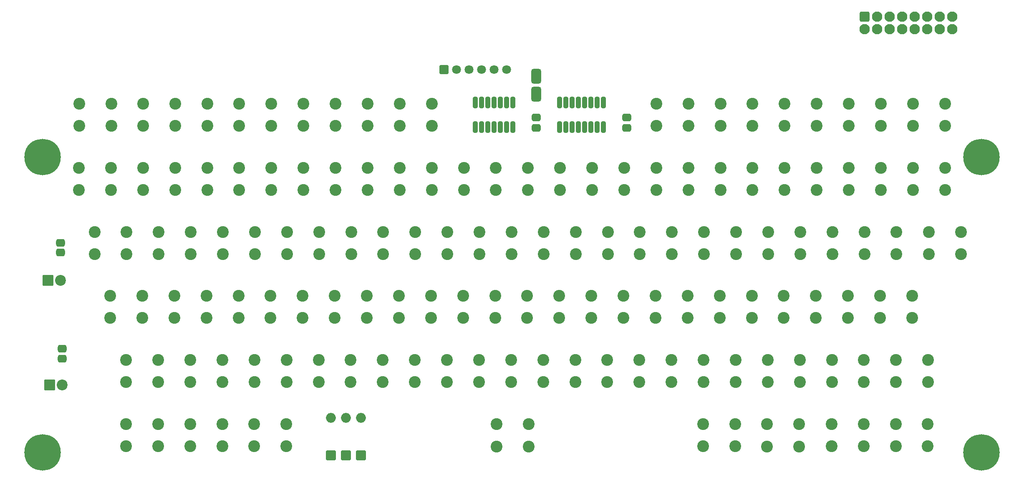
<source format=gts>
G04 #@! TF.GenerationSoftware,KiCad,Pcbnew,(6.0.7)*
G04 #@! TF.CreationDate,2024-12-28T01:02:52-06:00*
G04 #@! TF.ProjectId,MSX-One_Keyboard,4d53582d-4f6e-4655-9f4b-6579626f6172,1.0*
G04 #@! TF.SameCoordinates,Original*
G04 #@! TF.FileFunction,Soldermask,Top*
G04 #@! TF.FilePolarity,Negative*
%FSLAX46Y46*%
G04 Gerber Fmt 4.6, Leading zero omitted, Abs format (unit mm)*
G04 Created by KiCad (PCBNEW (6.0.7)) date 2024-12-28 01:02:52*
%MOMM*%
%LPD*%
G01*
G04 APERTURE LIST*
G04 Aperture macros list*
%AMRoundRect*
0 Rectangle with rounded corners*
0 $1 Rounding radius*
0 $2 $3 $4 $5 $6 $7 $8 $9 X,Y pos of 4 corners*
0 Add a 4 corners polygon primitive as box body*
4,1,4,$2,$3,$4,$5,$6,$7,$8,$9,$2,$3,0*
0 Add four circle primitives for the rounded corners*
1,1,$1+$1,$2,$3*
1,1,$1+$1,$4,$5*
1,1,$1+$1,$6,$7*
1,1,$1+$1,$8,$9*
0 Add four rect primitives between the rounded corners*
20,1,$1+$1,$2,$3,$4,$5,0*
20,1,$1+$1,$4,$5,$6,$7,0*
20,1,$1+$1,$6,$7,$8,$9,0*
20,1,$1+$1,$8,$9,$2,$3,0*%
G04 Aperture macros list end*
%ADD10C,2.400000*%
%ADD11RoundRect,0.450000X0.475000X-0.337500X0.475000X0.337500X-0.475000X0.337500X-0.475000X-0.337500X0*%
%ADD12RoundRect,0.450000X-0.550000X1.050000X-0.550000X-1.050000X0.550000X-1.050000X0.550000X1.050000X0*%
%ADD13RoundRect,0.200000X0.800000X-0.800000X0.800000X0.800000X-0.800000X0.800000X-0.800000X-0.800000X0*%
%ADD14O,2.000000X2.000000*%
%ADD15RoundRect,0.450000X-0.450000X0.350000X-0.450000X-0.350000X0.450000X-0.350000X0.450000X0.350000X0*%
%ADD16RoundRect,0.350000X-0.150000X0.825000X-0.150000X-0.825000X0.150000X-0.825000X0.150000X0.825000X0*%
%ADD17RoundRect,0.200000X-0.900000X-0.900000X0.900000X-0.900000X0.900000X0.900000X-0.900000X0.900000X0*%
%ADD18C,2.200000*%
%ADD19RoundRect,0.200000X-0.698500X-0.698500X0.698500X-0.698500X0.698500X0.698500X-0.698500X0.698500X0*%
%ADD20C,1.797000*%
%ADD21C,7.400000*%
%ADD22RoundRect,0.450000X-0.600000X0.600000X-0.600000X-0.600000X0.600000X-0.600000X0.600000X0.600000X0*%
%ADD23C,2.100000*%
G04 APERTURE END LIST*
D10*
X251067500Y-129512500D03*
X257567500Y-129512500D03*
X251067500Y-134012500D03*
X257567500Y-134012500D03*
X140410000Y-129512500D03*
X133910000Y-129512500D03*
X133910000Y-134012500D03*
X140410000Y-134012500D03*
X146927500Y-129512500D03*
X153427500Y-129512500D03*
X153427500Y-134012500D03*
X146927500Y-134012500D03*
X166445000Y-129512500D03*
X159945000Y-129512500D03*
X159945000Y-134012500D03*
X166445000Y-134012500D03*
X179462500Y-129512500D03*
X172962500Y-129512500D03*
X179462500Y-134012500D03*
X172962500Y-134012500D03*
X185980000Y-129512500D03*
X192480000Y-129512500D03*
X185980000Y-134012500D03*
X192480000Y-134012500D03*
X198997500Y-129512500D03*
X205497500Y-129512500D03*
X198997500Y-134012500D03*
X205497500Y-134012500D03*
X212015000Y-129512500D03*
X218515000Y-129512500D03*
X212015000Y-134012500D03*
X218515000Y-134012500D03*
X231532500Y-129512500D03*
X225032500Y-129512500D03*
X225032500Y-134012500D03*
X231532500Y-134012500D03*
X244550000Y-129512500D03*
X238050000Y-129512500D03*
X244550000Y-134012500D03*
X238050000Y-134012500D03*
X270585000Y-129512500D03*
X264085000Y-129512500D03*
X270585000Y-134012500D03*
X264085000Y-134012500D03*
X283602500Y-129512500D03*
X277102500Y-129512500D03*
X283602500Y-134012500D03*
X277102500Y-134012500D03*
X293370000Y-142530000D03*
X299870000Y-142530000D03*
X293370000Y-147030000D03*
X299870000Y-147030000D03*
X273760000Y-142530000D03*
X267260000Y-142530000D03*
X273760000Y-147030000D03*
X267260000Y-147030000D03*
X286777500Y-142530000D03*
X280277500Y-142530000D03*
X286777500Y-147030000D03*
X280277500Y-147030000D03*
X257417500Y-155547500D03*
X263917500Y-155547500D03*
X263917500Y-160047500D03*
X257417500Y-160047500D03*
X270435000Y-155547500D03*
X276935000Y-155547500D03*
X270435000Y-160047500D03*
X276935000Y-160047500D03*
X120892500Y-129512500D03*
X127392500Y-129512500D03*
X127392500Y-134012500D03*
X120892500Y-134012500D03*
X234632500Y-168565000D03*
X241132500Y-168565000D03*
X241132500Y-173065000D03*
X234632500Y-173065000D03*
X247650000Y-168565000D03*
X254150000Y-168565000D03*
X247650000Y-173065000D03*
X254150000Y-173065000D03*
X260667500Y-168565000D03*
X267167500Y-168565000D03*
X260667500Y-173065000D03*
X267167500Y-173065000D03*
X254075000Y-181610000D03*
X247575000Y-181610000D03*
X254075000Y-186110000D03*
X247575000Y-186110000D03*
X140260000Y-155547500D03*
X146760000Y-155547500D03*
X146760000Y-160047500D03*
X140260000Y-160047500D03*
X195580000Y-168565000D03*
X202080000Y-168565000D03*
X202080000Y-173065000D03*
X195580000Y-173065000D03*
X169545000Y-168565000D03*
X176045000Y-168565000D03*
X169545000Y-173065000D03*
X176045000Y-173065000D03*
X172795000Y-155547500D03*
X166295000Y-155547500D03*
X172795000Y-160047500D03*
X166295000Y-160047500D03*
X163120000Y-142530000D03*
X169620000Y-142530000D03*
X169620000Y-147030000D03*
X163120000Y-147030000D03*
X179312500Y-155547500D03*
X185812500Y-155547500D03*
X185812500Y-160047500D03*
X179312500Y-160047500D03*
X192330000Y-155547500D03*
X198830000Y-155547500D03*
X198830000Y-160047500D03*
X192330000Y-160047500D03*
X205347500Y-155547500D03*
X211847500Y-155547500D03*
X211847500Y-160047500D03*
X205347500Y-160047500D03*
X234707500Y-142530000D03*
X228207500Y-142530000D03*
X228207500Y-147030000D03*
X234707500Y-147030000D03*
X218365000Y-155547500D03*
X224865000Y-155547500D03*
X224865000Y-160047500D03*
X218365000Y-160047500D03*
X231382500Y-155547500D03*
X237882500Y-155547500D03*
X237882500Y-160047500D03*
X231382500Y-160047500D03*
X244400000Y-155547500D03*
X250900000Y-155547500D03*
X250900000Y-160047500D03*
X244400000Y-160047500D03*
X221615000Y-168565000D03*
X228115000Y-168565000D03*
X228115000Y-173065000D03*
X221615000Y-173065000D03*
X215097500Y-168565000D03*
X208597500Y-168565000D03*
X208597500Y-173065000D03*
X215097500Y-173065000D03*
X241225000Y-142530000D03*
X247725000Y-142530000D03*
X247725000Y-147030000D03*
X241225000Y-147030000D03*
X254242500Y-142530000D03*
X260742500Y-142530000D03*
X260742500Y-147030000D03*
X254242500Y-147030000D03*
X137085000Y-142530000D03*
X143585000Y-142530000D03*
X143585000Y-147030000D03*
X137085000Y-147030000D03*
X182637500Y-142530000D03*
X176137500Y-142530000D03*
X182637500Y-147030000D03*
X176137500Y-147030000D03*
X153277500Y-155547500D03*
X159777500Y-155547500D03*
X159777500Y-160047500D03*
X153277500Y-160047500D03*
X195655000Y-142530000D03*
X189155000Y-142530000D03*
X195655000Y-147030000D03*
X189155000Y-147030000D03*
X221690000Y-142530000D03*
X215190000Y-142530000D03*
X215190000Y-147030000D03*
X221690000Y-147030000D03*
X189062500Y-168565000D03*
X182562500Y-168565000D03*
X189062500Y-173065000D03*
X182562500Y-173065000D03*
X156602500Y-142530000D03*
X150102500Y-142530000D03*
X150102500Y-147030000D03*
X156602500Y-147030000D03*
X163027500Y-168565000D03*
X156527500Y-168565000D03*
X156527500Y-173065000D03*
X163027500Y-173065000D03*
X208672500Y-142530000D03*
X202172500Y-142530000D03*
X208672500Y-147030000D03*
X202172500Y-147030000D03*
X150010000Y-168565000D03*
X143510000Y-168565000D03*
X143510000Y-173065000D03*
X150010000Y-173065000D03*
X130492500Y-168565000D03*
X136992500Y-168565000D03*
X130492500Y-173065000D03*
X136992500Y-173065000D03*
X130492500Y-181610000D03*
X136992500Y-181610000D03*
X130492500Y-186110000D03*
X136992500Y-186110000D03*
X150010000Y-181610000D03*
X143510000Y-181610000D03*
X143510000Y-186110000D03*
X150010000Y-186110000D03*
X133742500Y-155547500D03*
X127242500Y-155547500D03*
X133742500Y-160047500D03*
X127242500Y-160047500D03*
X162952500Y-181582500D03*
X156452500Y-181582500D03*
X156452500Y-186082500D03*
X162952500Y-186082500D03*
X140410000Y-116495000D03*
X133910000Y-116495000D03*
X133910000Y-120995000D03*
X140410000Y-120995000D03*
X146927500Y-116495000D03*
X153427500Y-116495000D03*
X146927500Y-120995000D03*
X153427500Y-120995000D03*
X159945000Y-116495000D03*
X166445000Y-116495000D03*
X159945000Y-120995000D03*
X166445000Y-120995000D03*
X172962500Y-116495000D03*
X179462500Y-116495000D03*
X172962500Y-120995000D03*
X179462500Y-120995000D03*
X192480000Y-116495000D03*
X185980000Y-116495000D03*
X185980000Y-120995000D03*
X192480000Y-120995000D03*
X127467500Y-116495000D03*
X120967500Y-116495000D03*
X120967500Y-120995000D03*
X127467500Y-120995000D03*
X124067500Y-142530000D03*
X130567500Y-142530000D03*
X124067500Y-147030000D03*
X130567500Y-147030000D03*
X244550000Y-116495000D03*
X238050000Y-116495000D03*
X244550000Y-120995000D03*
X238050000Y-120995000D03*
X296620000Y-129512500D03*
X290120000Y-129512500D03*
X290120000Y-134012500D03*
X296620000Y-134012500D03*
X283452500Y-155547500D03*
X289952500Y-155547500D03*
X289952500Y-160047500D03*
X283452500Y-160047500D03*
X205665000Y-181637500D03*
X212165000Y-181637500D03*
X205665000Y-186137500D03*
X212165000Y-186137500D03*
X270585000Y-116495000D03*
X264085000Y-116495000D03*
X264085000Y-120995000D03*
X270585000Y-120995000D03*
X283602500Y-116495000D03*
X277102500Y-116495000D03*
X283602500Y-120995000D03*
X277102500Y-120995000D03*
X290120000Y-116495000D03*
X296620000Y-116495000D03*
X296620000Y-120995000D03*
X290120000Y-120995000D03*
X267017500Y-181637500D03*
X260517500Y-181637500D03*
X260517500Y-186137500D03*
X267017500Y-186137500D03*
X286702500Y-168565000D03*
X293202500Y-168565000D03*
X293202500Y-173065000D03*
X286702500Y-173065000D03*
X286627500Y-181582500D03*
X293127500Y-181582500D03*
X286627500Y-186082500D03*
X293127500Y-186082500D03*
X273610000Y-181582500D03*
X280110000Y-181582500D03*
X280110000Y-186082500D03*
X273610000Y-186082500D03*
X251067500Y-116495000D03*
X257567500Y-116495000D03*
X251067500Y-120995000D03*
X257567500Y-120995000D03*
X280185000Y-168565000D03*
X273685000Y-168565000D03*
X280185000Y-173065000D03*
X273685000Y-173065000D03*
D11*
X232092500Y-121370000D03*
X232092500Y-119295000D03*
D12*
X213677500Y-110912500D03*
X213677500Y-114512500D03*
D13*
X172021500Y-187960000D03*
D14*
X172021500Y-180340000D03*
D13*
X175069500Y-187960000D03*
D14*
X175069500Y-180340000D03*
D13*
X178117500Y-187960000D03*
D14*
X178117500Y-180340000D03*
D15*
X117157500Y-144732500D03*
X117157500Y-146732500D03*
D16*
X227330000Y-116270000D03*
X226060000Y-116270000D03*
X224790000Y-116270000D03*
X223520000Y-116270000D03*
X222250000Y-116270000D03*
X220980000Y-116270000D03*
X219710000Y-116270000D03*
X218440000Y-116270000D03*
X218440000Y-121220000D03*
X219710000Y-121220000D03*
X220980000Y-121220000D03*
X222250000Y-121220000D03*
X223520000Y-121220000D03*
X224790000Y-121220000D03*
X226060000Y-121220000D03*
X227330000Y-121220000D03*
X208915000Y-116270000D03*
X207645000Y-116270000D03*
X206375000Y-116270000D03*
X205105000Y-116270000D03*
X203835000Y-116270000D03*
X202565000Y-116270000D03*
X201295000Y-116270000D03*
X201295000Y-121220000D03*
X202565000Y-121220000D03*
X203835000Y-121220000D03*
X205105000Y-121220000D03*
X206375000Y-121220000D03*
X207645000Y-121220000D03*
X208915000Y-121220000D03*
D17*
X114930000Y-173672500D03*
D18*
X117470000Y-173672500D03*
D15*
X117475000Y-166275000D03*
X117475000Y-168275000D03*
D17*
X114612500Y-152400000D03*
D18*
X117152500Y-152400000D03*
D19*
X194945000Y-109537500D03*
D20*
X197485000Y-109537500D03*
X200025000Y-109537500D03*
X202565000Y-109537500D03*
X205105000Y-109537500D03*
X207645000Y-109537500D03*
D21*
X304044800Y-187332500D03*
X304034800Y-127325000D03*
D11*
X213677500Y-121370000D03*
X213677500Y-119295000D03*
D21*
X113544800Y-187332500D03*
X113534800Y-127325000D03*
D22*
X280352500Y-98760000D03*
D23*
X280352500Y-101300000D03*
X282892500Y-98760000D03*
X282892500Y-101300000D03*
X285432500Y-98760000D03*
X285432500Y-101300000D03*
X287972500Y-98760000D03*
X287972500Y-101300000D03*
X290512500Y-98760000D03*
X290512500Y-101300000D03*
X293052500Y-98760000D03*
X293052500Y-101300000D03*
X295592500Y-98760000D03*
X295592500Y-101300000D03*
X298132500Y-98760000D03*
X298132500Y-101300000D03*
M02*

</source>
